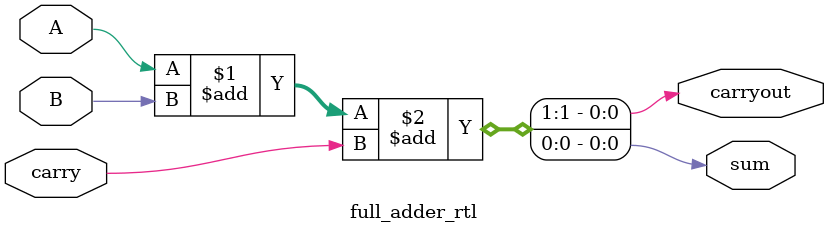
<source format=v>
module full_adder_rtl(
    input A,
    input B,
    input carry,
    output sum,
    output carryout
);
assign {carryout,sum}=A+B+carry;
endmodule
</source>
